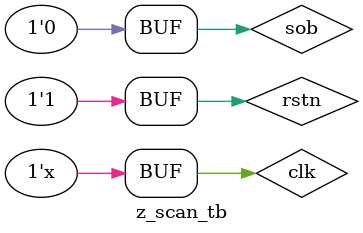
<source format=sv>
`timescale 1ns/10ps
module z_scan(input logic clk,rstn,sob,
		output logic [5:0] zid,
		output logic zid_vld);

	logic state,next_state;
	logic [5:0]cnt;

	assign zid_vld=state;

	always_ff@(posedge clk, negedge rstn)begin
		if(!rstn) begin 
			state<=1'b0;
			cnt<=6'd0;
		end else begin 
			state<=next_state;
			if (state)
				if(cnt!=6'd63) cnt<=cnt+6'd1;
				else cnt<=6'd0;
			else cnt<=6'd0;
		end
	end
	assign zid={cnt[5],cnt[3],cnt[1],cnt[4],cnt[2],cnt[0]};
	assign next_state=(!state & sob ) | (state & (!(&cnt) | sob));
endmodule 

module z_scan_tb;
logic clk,rstn,sob,zid_vld;
logic [5:0] zid;
z_scan dut(clk,rstn,sob,zid,zid_vld);

always begin
	#5 clk<=~clk;
end

initial begin
	clk<=1'b0;
	rstn<=1'b0;
	sob<=1'b0;
	#10 rstn<=1'b1;
	#10 sob<=1'b1;
	#10 sob<=1'b0;
	#630 sob<=1'b1;
	#10 sob<=1'b0;
	#660 sob<=1'b1;
	#10 sob<=1'b0;
	#640;
end
endmodule
		

</source>
